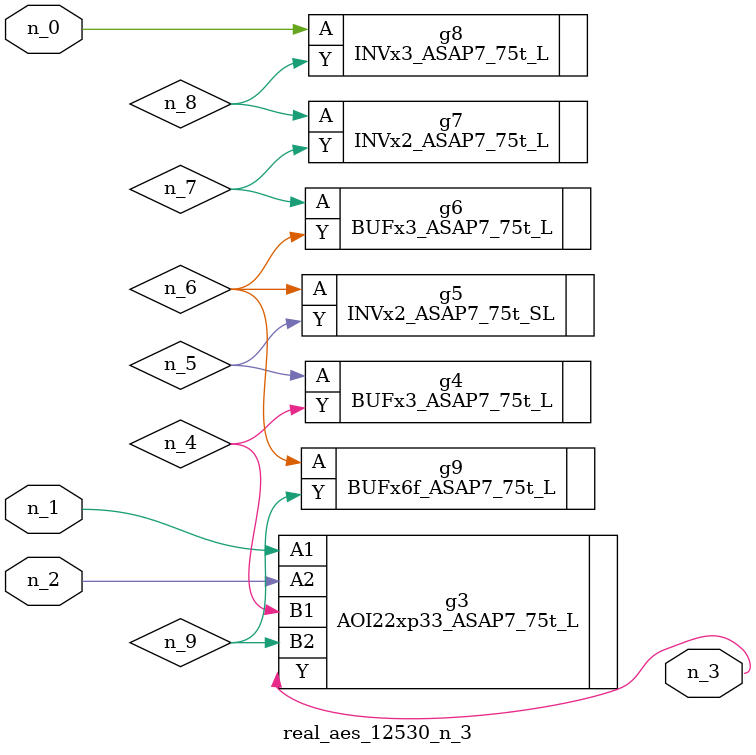
<source format=v>
module real_aes_12530_n_3 (n_0, n_2, n_1, n_3);
input n_0;
input n_2;
input n_1;
output n_3;
wire n_4;
wire n_5;
wire n_7;
wire n_9;
wire n_6;
wire n_8;
INVx3_ASAP7_75t_L g8 ( .A(n_0), .Y(n_8) );
AOI22xp33_ASAP7_75t_L g3 ( .A1(n_1), .A2(n_2), .B1(n_4), .B2(n_9), .Y(n_3) );
BUFx3_ASAP7_75t_L g4 ( .A(n_5), .Y(n_4) );
INVx2_ASAP7_75t_SL g5 ( .A(n_6), .Y(n_5) );
BUFx6f_ASAP7_75t_L g9 ( .A(n_6), .Y(n_9) );
BUFx3_ASAP7_75t_L g6 ( .A(n_7), .Y(n_6) );
INVx2_ASAP7_75t_L g7 ( .A(n_8), .Y(n_7) );
endmodule
</source>
